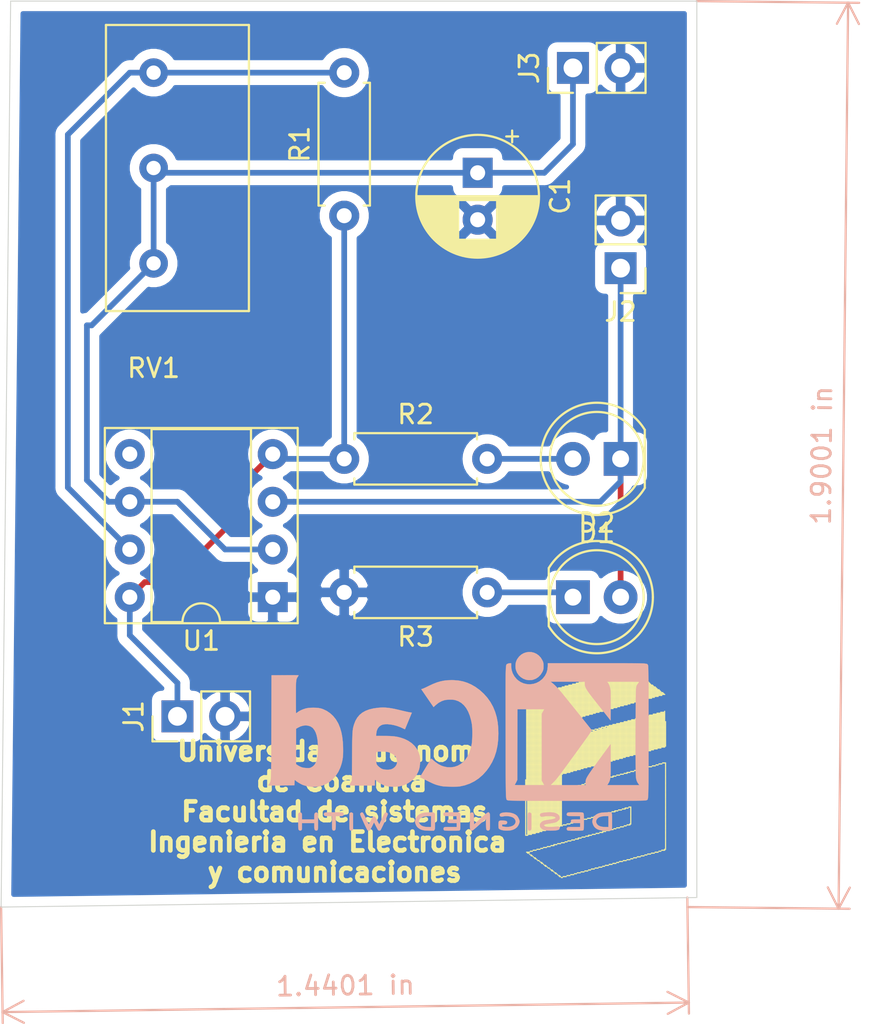
<source format=kicad_pcb>
(kicad_pcb (version 20171130) (host pcbnew "(5.1.4)-1")
  (layers (0 F.Cu signal) (31 B.Cu signal) (34 B.Paste user) (35 F.Paste user) (36 B.SilkS user) (37 F.SilkS user) (38 B.Mask user) (39 F.Mask user) (44 Edge.Cuts user))
  (net 0 "")
  (net 1 GND)
  (net 2 Carga)
  (net 3 "Net-(D1-Pad2)")
  (net 4 "Net-(D2-Pad1)")
  (net 5 +5V)
  (net 6 Salida)
  (net 7 "Net-(R1-Pad2)")
  (net 8 "Net-(U1-Pad5)")
  (module Symbol:KiCad-Logo2_8mm_SilkScreen (layer B.Cu) (at 110.236 114.808 180)
    (fp_text reference REF** hide)
    (fp_text value KiCad-Logo2_8mm_SilkScreen hide)
  )
  (module Logos:LOGO (layer F.Cu) (at 113.792 111.76)
    (fp_text reference LOGO hide)
    (fp_text value "" (at 0 0) (layer F.SilkS) (effects (font (size 1.27 1.27))))
  )
  (module Potenciometro:Potenciometro_5.08mm (layer F.Cu) (at 93.98 95.25)
    (fp_text reference RV1 (at 0 0.5) (layer F.SilkS))
    (fp_text value 100K)
    (pad 3 thru_hole circle (at 0 -5.08) (size 1.524 1.524) (drill 0.762) (layers *.Cu *.Mask) (net 2 Carga))
    (pad 2 thru_hole circle (at 0 -10.16) (size 1.524 1.524) (drill 0.762) (layers *.Cu *.Mask) (net 2 Carga))
    (pad 1 thru_hole circle (at 0 -15.24) (size 1.524 1.524) (drill 0.762) (layers *.Cu *.Mask) (net 7 "Net-(R1-Pad2)"))
  )
  (module Package_DIP:DIP-8_W7.62mm_Socket (layer F.Cu) (at 100.33 107.95 180)
    (fp_text reference U1 (at 3.81 -2.33) (layer F.SilkS))
    (fp_text value LM555)
    (pad 8 thru_hole oval (at 7.62 0 180) (size 1.6 1.6) (drill 0.8) (layers *.Cu *.Mask) (net 5 +5V))
    (pad 4 thru_hole oval (at 0 7.62 180) (size 1.6 1.6) (drill 0.8) (layers *.Cu *.Mask) (net 5 +5V))
    (pad 7 thru_hole oval (at 7.62 2.54 180) (size 1.6 1.6) (drill 0.8) (layers *.Cu *.Mask) (net 7 "Net-(R1-Pad2)"))
    (pad 3 thru_hole oval (at 0 5.08 180) (size 1.6 1.6) (drill 0.8) (layers *.Cu *.Mask) (net 6 Salida))
    (pad 6 thru_hole oval (at 7.62 5.08 180) (size 1.6 1.6) (drill 0.8) (layers *.Cu *.Mask) (net 2 Carga))
    (pad 2 thru_hole oval (at 0 2.54 180) (size 1.6 1.6) (drill 0.8) (layers *.Cu *.Mask) (net 2 Carga))
    (pad 5 thru_hole oval (at 7.62 7.62 180) (size 1.6 1.6) (drill 0.8) (layers *.Cu *.Mask) (net 8 "Net-(U1-Pad5)"))
    (pad 1 thru_hole rect (at 0 0 180) (size 1.6 1.6) (drill 0.8) (layers *.Cu *.Mask) (net 1 GND))
  )
  (module Resistor_THT:R_Axial_DIN0207_L6.3mm_D2.5mm_P7.62mm_Horizontal (layer F.Cu) (at 111.76 107.696 180)
    (fp_text reference R3 (at 3.81 -2.37) (layer F.SilkS))
    (fp_text value 680)
    (pad 2 thru_hole oval (at 7.62 0 180) (size 1.6 1.6) (drill 0.8) (layers *.Cu *.Mask) (net 1 GND))
    (pad 1 thru_hole circle (at 0 0 180) (size 1.6 1.6) (drill 0.8) (layers *.Cu *.Mask) (net 4 "Net-(D2-Pad1)"))
  )
  (module Resistor_THT:R_Axial_DIN0207_L6.3mm_D2.5mm_P7.62mm_Horizontal (layer F.Cu) (at 104.14 100.584)
    (fp_text reference R2 (at 3.81 -2.37) (layer F.SilkS))
    (fp_text value 680)
    (pad 2 thru_hole oval (at 7.62 0) (size 1.6 1.6) (drill 0.8) (layers *.Cu *.Mask) (net 3 "Net-(D1-Pad2)"))
    (pad 1 thru_hole circle (at 0 0) (size 1.6 1.6) (drill 0.8) (layers *.Cu *.Mask) (net 5 +5V))
  )
  (module Resistor_THT:R_Axial_DIN0207_L6.3mm_D2.5mm_P7.62mm_Horizontal (layer F.Cu) (at 104.14 87.63 90)
    (fp_text reference R1 (at 3.81 -2.37 90) (layer F.SilkS))
    (fp_text value 1K)
    (pad 2 thru_hole oval (at 7.62 0 90) (size 1.6 1.6) (drill 0.8) (layers *.Cu *.Mask) (net 7 "Net-(R1-Pad2)"))
    (pad 1 thru_hole circle (at 0 0 90) (size 1.6 1.6) (drill 0.8) (layers *.Cu *.Mask) (net 5 +5V))
  )
  (module Connector_PinHeader_2.54mm:PinHeader_1x02_P2.54mm_Vertical (layer F.Cu) (at 116.332 79.756 90)
    (fp_text reference J3 (at 0 -2.33 90) (layer F.SilkS))
    (fp_text value Carga)
    (pad 2 thru_hole oval (at 0 2.54 90) (size 1.7 1.7) (drill 1) (layers *.Cu *.Mask) (net 1 GND))
    (pad 1 thru_hole rect (at 0 0 90) (size 1.7 1.7) (drill 1) (layers *.Cu *.Mask) (net 2 Carga))
  )
  (module Connector_PinHeader_2.54mm:PinHeader_1x02_P2.54mm_Vertical (layer F.Cu) (at 118.872 90.424 180)
    (fp_text reference J2 (at 0 -2.33) (layer F.SilkS))
    (fp_text value Salida)
    (pad 2 thru_hole oval (at 0 2.54 180) (size 1.7 1.7) (drill 1) (layers *.Cu *.Mask) (net 1 GND))
    (pad 1 thru_hole rect (at 0 0 180) (size 1.7 1.7) (drill 1) (layers *.Cu *.Mask) (net 6 Salida))
  )
  (module Connector_PinHeader_2.54mm:PinHeader_1x02_P2.54mm_Vertical (layer F.Cu) (at 95.25 114.3 90)
    (fp_text reference J1 (at 0 -2.33 90) (layer F.SilkS))
    (fp_text value Alimentacion)
    (pad 2 thru_hole oval (at 0 2.54 90) (size 1.7 1.7) (drill 1) (layers *.Cu *.Mask) (net 1 GND))
    (pad 1 thru_hole rect (at 0 0 90) (size 1.7 1.7) (drill 1) (layers *.Cu *.Mask) (net 5 +5V))
  )
  (module LED_THT:LED_D5.0mm (layer F.Cu) (at 116.332 107.95)
    (fp_text reference D2 (at 1.27 -3.96) (layer F.SilkS))
    (fp_text value LED_Amarillo)
    (pad 2 thru_hole circle (at 2.54 0) (size 1.8 1.8) (drill 0.9) (layers *.Cu *.Mask) (net 6 Salida))
    (pad 1 thru_hole rect (at 0 0) (size 1.8 1.8) (drill 0.9) (layers *.Cu *.Mask) (net 4 "Net-(D2-Pad1)"))
  )
  (module LED_THT:LED_D5.0mm (layer F.Cu) (at 118.872 100.584 180)
    (fp_text reference D1 (at 1.27 -3.96) (layer F.SilkS))
    (fp_text value LED_Rojo)
    (pad 2 thru_hole circle (at 2.54 0 180) (size 1.8 1.8) (drill 0.9) (layers *.Cu *.Mask) (net 3 "Net-(D1-Pad2)"))
    (pad 1 thru_hole rect (at 0 0 180) (size 1.8 1.8) (drill 0.9) (layers *.Cu *.Mask) (net 6 Salida))
  )
  (module Capacitor_THT:CP_Radial_D6.3mm_P2.50mm (layer F.Cu) (at 111.252 85.344 270)
    (fp_text reference C1 (at 1.25 -4.4 90) (layer F.SilkS))
    (fp_text value 100uF)
    (pad 2 thru_hole circle (at 2.5 0 270) (size 1.6 1.6) (drill 0.8) (layers *.Cu *.Mask) (net 1 GND))
    (pad 1 thru_hole rect (at 0 0 270) (size 1.6 1.6) (drill 0.8) (layers *.Cu *.Mask) (net 2 Carga))
  )
  (dimension 36.579528 (width 0.12) (layer B.SilkS) (gr_text "36.580 mm" (at 104.235331 131.069853 0.7957235527) (layer B.SilkS) (effects (font (size 1 1) (thickness 0.15)))) (feature1 (pts (xy 122.428 123.952) (xy 122.513838 130.13234))) (feature2 (pts (xy 85.852 124.46) (xy 85.937838 130.64034))) (crossbar (pts (xy 85.929694 130.053975) (xy 122.505694 129.545975))) (arrow1a (pts (xy 122.505694 129.545975) (xy 121.387443 130.147984))) (arrow1b (pts (xy 122.505694 129.545975) (xy 121.371155 128.975255))) (arrow2a (pts (xy 85.929694 130.053975) (xy 87.064233 130.624695))) (arrow2b (pts (xy 85.929694 130.053975) (xy 87.047945 129.451966))))
  (dimension 48.262674 (width 0.12) (layer B.SilkS) (gr_text "48.263 mm" (at 132.014867 100.428241 89.39690881) (layer B.SilkS) (effects (font (size 1 1) (thickness 0.15)))) (feature1 (pts (xy 122.428 124.46) (xy 131.077326 124.551046))) (feature2 (pts (xy 122.936 76.2) (xy 131.585326 76.291046))) (crossbar (pts (xy 130.998937 76.284873) (xy 130.490937 124.544873))) (arrow1a (pts (xy 130.490937 124.544873) (xy 129.916406 123.412259))) (arrow1b (pts (xy 130.490937 124.544873) (xy 131.089183 123.424604))) (arrow2a (pts (xy 130.998937 76.284873) (xy 130.400691 77.405142))) (arrow2b (pts (xy 130.998937 76.284873) (xy 131.573468 77.417487))))
  (gr_line (start 85.852 124.46) (end 86.36 76.2) (layer Edge.Cuts) (width 0.05))
  (gr_line (start 122.936 123.952) (end 85.852 124.46) (layer Edge.Cuts) (width 0.05))
  (gr_line (start 122.936 76.2) (end 122.936 123.952) (layer Edge.Cuts) (width 0.05))
  (gr_line (start 86.36 76.2) (end 122.936 76.2) (layer Edge.Cuts) (width 0.05))
  (gr_text "Universidad Autonoma\n de Coahuila\nFacultad de sistemas\nIngenieria en Electronica \ny comunicaciones" (at 103.632 119.38) (layer F.SilkS) (effects (font (size 1 1) (thickness 0.25))))
  (segment (start 100.584 107.696) (end 100.33 107.95) (width 0.3048) (layer B.Cu) (net 1))
  (segment (start 94.234 85.344) (end 93.98 85.09) (width 0.3048) (layer B.Cu) (net 2))
  (segment (start 111.252 85.344) (end 94.234 85.344) (width 0.3048) (layer B.Cu) (net 2))
  (segment (start 111.252 85.344) (end 114.808 85.344) (width 0.3048) (layer B.Cu) (net 2))
  (segment (start 116.332 83.82) (end 116.332 79.756) (width 0.3048) (layer B.Cu) (net 2))
  (segment (start 114.808 85.344) (end 116.332 83.82) (width 0.3048) (layer B.Cu) (net 2))
  (segment (start 95.25 102.87) (end 92.71 102.87) (width 0.3048) (layer B.Cu) (net 2))
  (segment (start 100.33 105.41) (end 97.79 105.41) (width 0.3048) (layer B.Cu) (net 2))
  (segment (start 97.79 105.41) (end 95.25 102.87) (width 0.3048) (layer B.Cu) (net 2))
  (segment (start 91.57863 102.87) (end 90.424 101.71537) (width 0.3048) (layer B.Cu) (net 2))
  (segment (start 92.71 102.87) (end 91.57863 102.87) (width 0.3048) (layer B.Cu) (net 2))
  (segment (start 90.424 101.71537) (end 90.424 93.472) (width 0.3048) (layer B.Cu) (net 2))
  (segment (start 90.678 93.472) (end 93.98 90.17) (width 0.3048) (layer B.Cu) (net 2))
  (segment (start 90.424 93.472) (end 90.678 93.472) (width 0.3048) (layer B.Cu) (net 2))
  (segment (start 93.98 85.09) (end 93.98 90.17) (width 0.3048) (layer B.Cu) (net 2))
  (segment (start 116.84 100.584) (end 115.567208 100.584) (width 0.3048) (layer B.Cu) (net 3))
  (segment (start 111.76 100.584) (end 116.332 100.584) (width 0.3048) (layer B.Cu) (net 3))
  (segment (start 112.014 107.95) (end 111.76 107.696) (width 0.3048) (layer B.Cu) (net 4))
  (segment (start 116.078 107.696) (end 116.332 107.95) (width 0.3048) (layer B.Cu) (net 4))
  (segment (start 111.76 107.696) (end 116.078 107.696) (width 0.3048) (layer B.Cu) (net 4))
  (segment (start 100.584 100.584) (end 100.33 100.33) (width 0.3048) (layer B.Cu) (net 5))
  (segment (start 104.14 100.584) (end 100.584 100.584) (width 0.3048) (layer B.Cu) (net 5))
  (segment (start 93.509999 107.150001) (end 94.958001 107.150001) (width 0.3048) (layer F.Cu) (net 5))
  (segment (start 92.71 107.95) (end 93.509999 107.150001) (width 0.3048) (layer F.Cu) (net 5))
  (segment (start 94.958001 107.150001) (end 98.044 104.064002) (width 0.3048) (layer F.Cu) (net 5))
  (segment (start 98.044 102.616) (end 100.33 100.33) (width 0.3048) (layer F.Cu) (net 5))
  (segment (start 98.044 104.064002) (end 98.044 102.616) (width 0.3048) (layer F.Cu) (net 5))
  (segment (start 104.14 87.63) (end 104.14 100.584) (width 0.3048) (layer B.Cu) (net 5))
  (segment (start 92.71 107.95) (end 92.71 109.982) (width 0.3048) (layer B.Cu) (net 5))
  (segment (start 95.25 112.522) (end 95.25 114.3) (width 0.3048) (layer B.Cu) (net 5))
  (segment (start 92.71 109.982) (end 95.25 112.522) (width 0.3048) (layer B.Cu) (net 5))
  (segment (start 118.872 90.424) (end 118.872 100.584) (width 0.3048) (layer B.Cu) (net 6))
  (segment (start 101.46137 102.87) (end 100.33 102.87) (width 0.3048) (layer B.Cu) (net 6))
  (segment (start 117.7908 102.87) (end 101.46137 102.87) (width 0.3048) (layer B.Cu) (net 6))
  (segment (start 118.872 101.7888) (end 117.7908 102.87) (width 0.3048) (layer B.Cu) (net 6))
  (segment (start 118.872 100.584) (end 118.872 101.7888) (width 0.3048) (layer B.Cu) (net 6))
  (segment (start 118.872 101.7888) (end 118.872 107.95) (width 0.3048) (layer F.Cu) (net 6))
  (segment (start 118.872 100.584) (end 118.872 101.7888) (width 0.3048) (layer F.Cu) (net 6))
  (segment (start 104.14 80.01) (end 93.98 80.01) (width 0.3048) (layer B.Cu) (net 7))
  (segment (start 93.98 80.01) (end 92.71 80.01) (width 0.3048) (layer B.Cu) (net 7))
  (segment (start 92.71 80.01) (end 89.408 83.312) (width 0.3048) (layer B.Cu) (net 7))
  (segment (start 89.408 102.108) (end 92.71 105.41) (width 0.3048) (layer B.Cu) (net 7))
  (segment (start 89.408 83.312) (end 89.408 102.108) (width 0.3048) (layer B.Cu) (net 7))
  (zone (net 1) (net_name GND) (layer B.Cu) (connect_pads (clearance 0.508)) (min_thickness 0.254) (fill yes (arc_segments 32) (thermal_gap 0.508) (thermal_bridge_width 0.508))
    (polygon (pts (xy 86.36 76.2) (xy 122.936 76.2) (xy 122.936 124.46) (xy 85.852 124.46)))
  )
)
</source>
